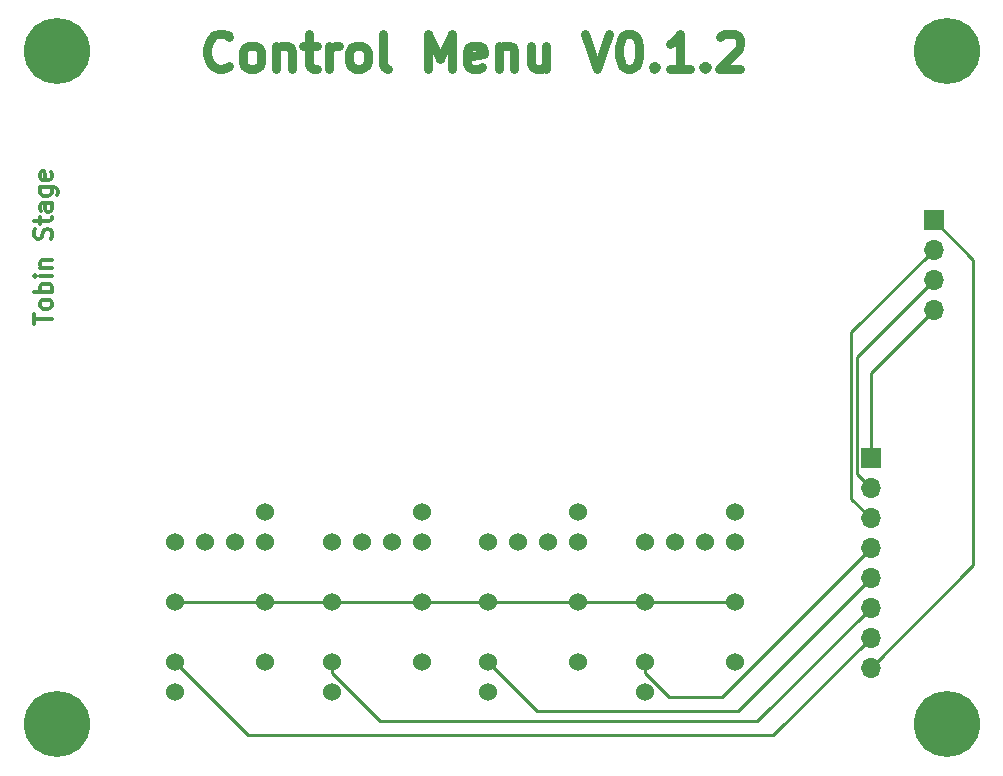
<source format=gbr>
%TF.GenerationSoftware,KiCad,Pcbnew,(5.1.7)-1*%
%TF.CreationDate,2021-12-31T12:19:26+00:00*%
%TF.ProjectId,ControlMenu-PCB,436f6e74-726f-46c4-9d65-6e752d504342,rev?*%
%TF.SameCoordinates,Original*%
%TF.FileFunction,Copper,L1,Top*%
%TF.FilePolarity,Positive*%
%FSLAX46Y46*%
G04 Gerber Fmt 4.6, Leading zero omitted, Abs format (unit mm)*
G04 Created by KiCad (PCBNEW (5.1.7)-1) date 2021-12-31 12:19:26*
%MOMM*%
%LPD*%
G01*
G04 APERTURE LIST*
%TA.AperFunction,NonConductor*%
%ADD10C,0.300000*%
%TD*%
%TA.AperFunction,NonConductor*%
%ADD11C,0.750000*%
%TD*%
%TA.AperFunction,ComponentPad*%
%ADD12C,5.600000*%
%TD*%
%TA.AperFunction,ComponentPad*%
%ADD13C,1.524000*%
%TD*%
%TA.AperFunction,ComponentPad*%
%ADD14O,1.700000X1.700000*%
%TD*%
%TA.AperFunction,ComponentPad*%
%ADD15R,1.700000X1.700000*%
%TD*%
%TA.AperFunction,Conductor*%
%ADD16C,0.250000*%
%TD*%
G04 APERTURE END LIST*
D10*
X190138571Y-119985714D02*
X190138571Y-119128571D01*
X191638571Y-119557142D02*
X190138571Y-119557142D01*
X191638571Y-118414285D02*
X191567142Y-118557142D01*
X191495714Y-118628571D01*
X191352857Y-118700000D01*
X190924285Y-118700000D01*
X190781428Y-118628571D01*
X190710000Y-118557142D01*
X190638571Y-118414285D01*
X190638571Y-118200000D01*
X190710000Y-118057142D01*
X190781428Y-117985714D01*
X190924285Y-117914285D01*
X191352857Y-117914285D01*
X191495714Y-117985714D01*
X191567142Y-118057142D01*
X191638571Y-118200000D01*
X191638571Y-118414285D01*
X191638571Y-117271428D02*
X190138571Y-117271428D01*
X190710000Y-117271428D02*
X190638571Y-117128571D01*
X190638571Y-116842857D01*
X190710000Y-116700000D01*
X190781428Y-116628571D01*
X190924285Y-116557142D01*
X191352857Y-116557142D01*
X191495714Y-116628571D01*
X191567142Y-116700000D01*
X191638571Y-116842857D01*
X191638571Y-117128571D01*
X191567142Y-117271428D01*
X191638571Y-115914285D02*
X190638571Y-115914285D01*
X190138571Y-115914285D02*
X190210000Y-115985714D01*
X190281428Y-115914285D01*
X190210000Y-115842857D01*
X190138571Y-115914285D01*
X190281428Y-115914285D01*
X190638571Y-115200000D02*
X191638571Y-115200000D01*
X190781428Y-115200000D02*
X190710000Y-115128571D01*
X190638571Y-114985714D01*
X190638571Y-114771428D01*
X190710000Y-114628571D01*
X190852857Y-114557142D01*
X191638571Y-114557142D01*
X191567142Y-112771428D02*
X191638571Y-112557142D01*
X191638571Y-112200000D01*
X191567142Y-112057142D01*
X191495714Y-111985714D01*
X191352857Y-111914285D01*
X191210000Y-111914285D01*
X191067142Y-111985714D01*
X190995714Y-112057142D01*
X190924285Y-112200000D01*
X190852857Y-112485714D01*
X190781428Y-112628571D01*
X190710000Y-112700000D01*
X190567142Y-112771428D01*
X190424285Y-112771428D01*
X190281428Y-112700000D01*
X190210000Y-112628571D01*
X190138571Y-112485714D01*
X190138571Y-112128571D01*
X190210000Y-111914285D01*
X190638571Y-111485714D02*
X190638571Y-110914285D01*
X190138571Y-111271428D02*
X191424285Y-111271428D01*
X191567142Y-111200000D01*
X191638571Y-111057142D01*
X191638571Y-110914285D01*
X191638571Y-109771428D02*
X190852857Y-109771428D01*
X190710000Y-109842857D01*
X190638571Y-109985714D01*
X190638571Y-110271428D01*
X190710000Y-110414285D01*
X191567142Y-109771428D02*
X191638571Y-109914285D01*
X191638571Y-110271428D01*
X191567142Y-110414285D01*
X191424285Y-110485714D01*
X191281428Y-110485714D01*
X191138571Y-110414285D01*
X191067142Y-110271428D01*
X191067142Y-109914285D01*
X190995714Y-109771428D01*
X190638571Y-108414285D02*
X191852857Y-108414285D01*
X191995714Y-108485714D01*
X192067142Y-108557142D01*
X192138571Y-108700000D01*
X192138571Y-108914285D01*
X192067142Y-109057142D01*
X191567142Y-108414285D02*
X191638571Y-108557142D01*
X191638571Y-108842857D01*
X191567142Y-108985714D01*
X191495714Y-109057142D01*
X191352857Y-109128571D01*
X190924285Y-109128571D01*
X190781428Y-109057142D01*
X190710000Y-108985714D01*
X190638571Y-108842857D01*
X190638571Y-108557142D01*
X190710000Y-108414285D01*
X191567142Y-107128571D02*
X191638571Y-107271428D01*
X191638571Y-107557142D01*
X191567142Y-107700000D01*
X191424285Y-107771428D01*
X190852857Y-107771428D01*
X190710000Y-107700000D01*
X190638571Y-107557142D01*
X190638571Y-107271428D01*
X190710000Y-107128571D01*
X190852857Y-107057142D01*
X190995714Y-107057142D01*
X191138571Y-107771428D01*
D11*
X206675714Y-98111428D02*
X206532857Y-98254285D01*
X206104285Y-98397142D01*
X205818571Y-98397142D01*
X205390000Y-98254285D01*
X205104285Y-97968571D01*
X204961428Y-97682857D01*
X204818571Y-97111428D01*
X204818571Y-96682857D01*
X204961428Y-96111428D01*
X205104285Y-95825714D01*
X205390000Y-95540000D01*
X205818571Y-95397142D01*
X206104285Y-95397142D01*
X206532857Y-95540000D01*
X206675714Y-95682857D01*
X208390000Y-98397142D02*
X208104285Y-98254285D01*
X207961428Y-98111428D01*
X207818571Y-97825714D01*
X207818571Y-96968571D01*
X207961428Y-96682857D01*
X208104285Y-96540000D01*
X208390000Y-96397142D01*
X208818571Y-96397142D01*
X209104285Y-96540000D01*
X209247142Y-96682857D01*
X209390000Y-96968571D01*
X209390000Y-97825714D01*
X209247142Y-98111428D01*
X209104285Y-98254285D01*
X208818571Y-98397142D01*
X208390000Y-98397142D01*
X210675714Y-96397142D02*
X210675714Y-98397142D01*
X210675714Y-96682857D02*
X210818571Y-96540000D01*
X211104285Y-96397142D01*
X211532857Y-96397142D01*
X211818571Y-96540000D01*
X211961428Y-96825714D01*
X211961428Y-98397142D01*
X212961428Y-96397142D02*
X214104285Y-96397142D01*
X213390000Y-95397142D02*
X213390000Y-97968571D01*
X213532857Y-98254285D01*
X213818571Y-98397142D01*
X214104285Y-98397142D01*
X215104285Y-98397142D02*
X215104285Y-96397142D01*
X215104285Y-96968571D02*
X215247142Y-96682857D01*
X215390000Y-96540000D01*
X215675714Y-96397142D01*
X215961428Y-96397142D01*
X217390000Y-98397142D02*
X217104285Y-98254285D01*
X216961428Y-98111428D01*
X216818571Y-97825714D01*
X216818571Y-96968571D01*
X216961428Y-96682857D01*
X217104285Y-96540000D01*
X217390000Y-96397142D01*
X217818571Y-96397142D01*
X218104285Y-96540000D01*
X218247142Y-96682857D01*
X218390000Y-96968571D01*
X218390000Y-97825714D01*
X218247142Y-98111428D01*
X218104285Y-98254285D01*
X217818571Y-98397142D01*
X217390000Y-98397142D01*
X220104285Y-98397142D02*
X219818571Y-98254285D01*
X219675714Y-97968571D01*
X219675714Y-95397142D01*
X223532857Y-98397142D02*
X223532857Y-95397142D01*
X224532857Y-97540000D01*
X225532857Y-95397142D01*
X225532857Y-98397142D01*
X228104285Y-98254285D02*
X227818571Y-98397142D01*
X227247142Y-98397142D01*
X226961428Y-98254285D01*
X226818571Y-97968571D01*
X226818571Y-96825714D01*
X226961428Y-96540000D01*
X227247142Y-96397142D01*
X227818571Y-96397142D01*
X228104285Y-96540000D01*
X228247142Y-96825714D01*
X228247142Y-97111428D01*
X226818571Y-97397142D01*
X229532857Y-96397142D02*
X229532857Y-98397142D01*
X229532857Y-96682857D02*
X229675714Y-96540000D01*
X229961428Y-96397142D01*
X230390000Y-96397142D01*
X230675714Y-96540000D01*
X230818571Y-96825714D01*
X230818571Y-98397142D01*
X233532857Y-96397142D02*
X233532857Y-98397142D01*
X232247142Y-96397142D02*
X232247142Y-97968571D01*
X232390000Y-98254285D01*
X232675714Y-98397142D01*
X233104285Y-98397142D01*
X233390000Y-98254285D01*
X233532857Y-98111428D01*
X236818571Y-95397142D02*
X237818571Y-98397142D01*
X238818571Y-95397142D01*
X240390000Y-95397142D02*
X240675714Y-95397142D01*
X240961428Y-95540000D01*
X241104285Y-95682857D01*
X241247142Y-95968571D01*
X241390000Y-96540000D01*
X241390000Y-97254285D01*
X241247142Y-97825714D01*
X241104285Y-98111428D01*
X240961428Y-98254285D01*
X240675714Y-98397142D01*
X240390000Y-98397142D01*
X240104285Y-98254285D01*
X239961428Y-98111428D01*
X239818571Y-97825714D01*
X239675714Y-97254285D01*
X239675714Y-96540000D01*
X239818571Y-95968571D01*
X239961428Y-95682857D01*
X240104285Y-95540000D01*
X240390000Y-95397142D01*
X242675714Y-98111428D02*
X242818571Y-98254285D01*
X242675714Y-98397142D01*
X242532857Y-98254285D01*
X242675714Y-98111428D01*
X242675714Y-98397142D01*
X245675714Y-98397142D02*
X243961428Y-98397142D01*
X244818571Y-98397142D02*
X244818571Y-95397142D01*
X244532857Y-95825714D01*
X244247142Y-96111428D01*
X243961428Y-96254285D01*
X246961428Y-98111428D02*
X247104285Y-98254285D01*
X246961428Y-98397142D01*
X246818571Y-98254285D01*
X246961428Y-98111428D01*
X246961428Y-98397142D01*
X248247142Y-95682857D02*
X248390000Y-95540000D01*
X248675714Y-95397142D01*
X249390000Y-95397142D01*
X249675714Y-95540000D01*
X249818571Y-95682857D01*
X249961428Y-95968571D01*
X249961428Y-96254285D01*
X249818571Y-96682857D01*
X248104285Y-98397142D01*
X249961428Y-98397142D01*
D12*
%TO.P,REF\u002A\u002A,1*%
%TO.N,/GND*%
X192090000Y-153880000D03*
%TD*%
%TO.P,REF\u002A\u002A,1*%
%TO.N,/GND*%
X267420000Y-96880000D03*
%TD*%
%TO.P,REF\u002A\u002A,1*%
%TO.N,/GND*%
X192090000Y-96880000D03*
%TD*%
%TO.P,REF\u002A\u002A,1*%
%TO.N,/GND*%
X267420000Y-153880000D03*
%TD*%
D13*
%TO.P,Enter1,5*%
%TO.N,Net-(Enter1-Pad5)*%
X244415000Y-138415000D03*
%TO.P,Enter1,6*%
%TO.N,Net-(Enter1-Pad6)*%
X246955000Y-138415000D03*
%TO.P,Enter1,7*%
%TO.N,N/C*%
X249495000Y-138415000D03*
%TO.P,Enter1,4*%
X241875000Y-138415000D03*
%TO.P,Enter1,8*%
X249495000Y-135875000D03*
X241875000Y-151115000D03*
%TO.P,Enter1,1*%
%TO.N,/GND*%
X249495000Y-143495000D03*
X241875000Y-143495000D03*
%TO.P,Enter1,3*%
%TO.N,Net-(Enter1-Pad3)*%
X249495000Y-148575000D03*
%TO.P,Enter1,2*%
%TO.N,/Enter*%
X241875000Y-148575000D03*
%TD*%
%TO.P,1s1,5*%
%TO.N,Net-(1s1-Pad5)*%
X231145000Y-138415000D03*
%TO.P,1s1,6*%
%TO.N,Net-(1s1-Pad6)*%
X233685000Y-138415000D03*
%TO.P,1s1,7*%
%TO.N,N/C*%
X236225000Y-138415000D03*
%TO.P,1s1,4*%
X228605000Y-138415000D03*
%TO.P,1s1,8*%
X236225000Y-135875000D03*
X228605000Y-151115000D03*
%TO.P,1s1,1*%
%TO.N,/GND*%
X236225000Y-143495000D03*
X228605000Y-143495000D03*
%TO.P,1s1,3*%
%TO.N,Net-(1s1-Pad3)*%
X236225000Y-148575000D03*
%TO.P,1s1,2*%
%TO.N,/1s*%
X228605000Y-148575000D03*
%TD*%
%TO.P,10s1,5*%
%TO.N,Net-(10s1-Pad5)*%
X217875000Y-138415000D03*
%TO.P,10s1,6*%
%TO.N,Net-(10s1-Pad6)*%
X220415000Y-138415000D03*
%TO.P,10s1,7*%
%TO.N,N/C*%
X222955000Y-138415000D03*
%TO.P,10s1,4*%
X215335000Y-138415000D03*
%TO.P,10s1,8*%
X222955000Y-135875000D03*
X215335000Y-151115000D03*
%TO.P,10s1,1*%
%TO.N,/GND*%
X222955000Y-143495000D03*
X215335000Y-143495000D03*
%TO.P,10s1,3*%
%TO.N,Net-(10s1-Pad3)*%
X222955000Y-148575000D03*
%TO.P,10s1,2*%
%TO.N,/10s*%
X215335000Y-148575000D03*
%TD*%
%TO.P,100s1,5*%
%TO.N,Net-(100s1-Pad5)*%
X204605000Y-138415000D03*
%TO.P,100s1,6*%
%TO.N,Net-(100s1-Pad6)*%
X207145000Y-138415000D03*
%TO.P,100s1,7*%
%TO.N,N/C*%
X209685000Y-138415000D03*
%TO.P,100s1,4*%
X202065000Y-138415000D03*
%TO.P,100s1,8*%
X209685000Y-135875000D03*
X202065000Y-151115000D03*
%TO.P,100s1,1*%
%TO.N,/GND*%
X209685000Y-143495000D03*
X202065000Y-143495000D03*
%TO.P,100s1,3*%
%TO.N,Net-(100s1-Pad3)*%
X209685000Y-148575000D03*
%TO.P,100s1,2*%
%TO.N,/100s*%
X202065000Y-148575000D03*
%TD*%
D14*
%TO.P,J2,4*%
%TO.N,/GND*%
X266320000Y-118800000D03*
%TO.P,J2,3*%
%TO.N,/SCL*%
X266320000Y-116260000D03*
%TO.P,J2,2*%
%TO.N,/SDA*%
X266320000Y-113720000D03*
D15*
%TO.P,J2,1*%
%TO.N,Net-(J1-Pad8)*%
X266320000Y-111180000D03*
%TD*%
D14*
%TO.P,J1,8*%
%TO.N,Net-(J1-Pad8)*%
X260970000Y-149090000D03*
%TO.P,J1,7*%
%TO.N,/100s*%
X260970000Y-146550000D03*
%TO.P,J1,6*%
%TO.N,/10s*%
X260970000Y-144010000D03*
%TO.P,J1,5*%
%TO.N,/1s*%
X260970000Y-141470000D03*
%TO.P,J1,4*%
%TO.N,/Enter*%
X260970000Y-138930000D03*
%TO.P,J1,3*%
%TO.N,/SDA*%
X260970000Y-136390000D03*
%TO.P,J1,2*%
%TO.N,/SCL*%
X260970000Y-133850000D03*
D15*
%TO.P,J1,1*%
%TO.N,/GND*%
X260970000Y-131310000D03*
%TD*%
D16*
%TO.N,/SDA*%
X259344990Y-120695010D02*
X266320000Y-113720000D01*
X259344990Y-134764990D02*
X259344990Y-120695010D01*
X260970000Y-136390000D02*
X259344990Y-134764990D01*
%TO.N,/SCL*%
X259794999Y-122785001D02*
X266320000Y-116260000D01*
X259794999Y-132674999D02*
X259794999Y-122785001D01*
X260970000Y-133850000D02*
X259794999Y-132674999D01*
%TO.N,/GND*%
X260970000Y-124150000D02*
X266320000Y-118800000D01*
X260970000Y-131310000D02*
X260970000Y-124150000D01*
X209685000Y-143495000D02*
X215335000Y-143495000D01*
X215335000Y-143495000D02*
X222955000Y-143495000D01*
X202065000Y-143495000D02*
X209685000Y-143495000D01*
X222955000Y-143495000D02*
X228605000Y-143495000D01*
X228605000Y-143495000D02*
X236225000Y-143495000D01*
X236225000Y-143495000D02*
X241875000Y-143495000D01*
X249495000Y-143495000D02*
X241875000Y-143495000D01*
%TO.N,/100s*%
X260970000Y-146550000D02*
X252730000Y-154790000D01*
X208280000Y-154790000D02*
X202065000Y-148575000D01*
X252730000Y-154790000D02*
X208280000Y-154790000D01*
%TO.N,/10s*%
X260970000Y-144010000D02*
X251360000Y-153620000D01*
X215335000Y-149506238D02*
X215335000Y-148575000D01*
X219448762Y-153620000D02*
X215335000Y-149506238D01*
X251360000Y-153620000D02*
X219448762Y-153620000D01*
%TO.N,/1s*%
X229692001Y-149662001D02*
X228605000Y-148575000D01*
X260970000Y-141470000D02*
X249740000Y-152700000D01*
X232730000Y-152700000D02*
X228605000Y-148575000D01*
X249740000Y-152700000D02*
X232730000Y-152700000D01*
%TO.N,/Enter*%
X260970000Y-138930000D02*
X248360000Y-151540000D01*
X248360000Y-151540000D02*
X243880000Y-151540000D01*
X241875000Y-149535000D02*
X241875000Y-148575000D01*
X243880000Y-151540000D02*
X241875000Y-149535000D01*
%TO.N,Net-(J1-Pad8)*%
X260970000Y-149090000D02*
X269680000Y-140380000D01*
X269680000Y-114540000D02*
X266320000Y-111180000D01*
X269680000Y-140380000D02*
X269680000Y-114540000D01*
%TD*%
M02*

</source>
